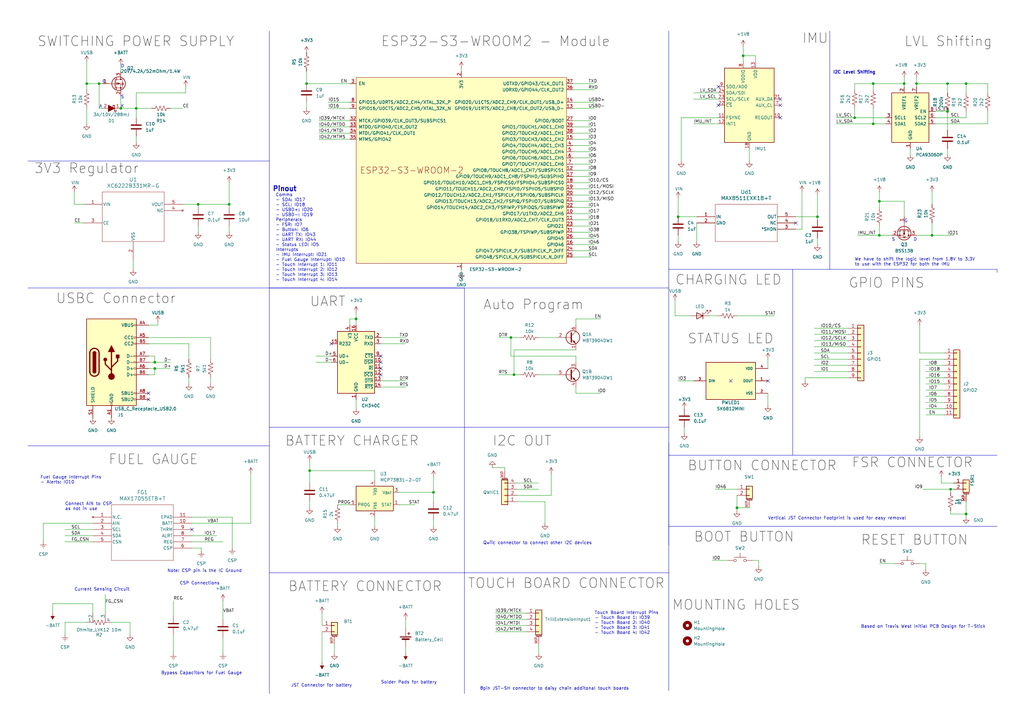
<source format=kicad_sch>
(kicad_sch (version 20230121) (generator eeschema)
  (paper "A3")
  (title_block (title "Custom T-Stick Board") (date "2023-09") (rev "0.0.2") (company "Albert Niyonsenga"))
  (junction (at 177.8 201.93))
  (junction (at 388.62 45.72))
  (junction (at 389.89 200.66))
  (junction (at 81.28 83.82))
  (junction (at 146.05 130.81))
  (junction (at 396.24 34.29))
  (junction (at 35.56 34.29))
  (junction (at 360.68 82.55))
  (junction (at 63.5 151.13))
  (junction (at 388.62 34.29))
  (junction (at 93.98 83.82))
  (junction (at 382.27 96.52))
  (junction (at 396.24 210.82))
  (junction (at 40.64 34.29))
  (junction (at 127 193.04))
  (junction (at 360.68 96.52))
  (junction (at 350.52 48.26))
  (junction (at 335.28 88.9))
  (junction (at 55.88 44.45))
  (junction (at 49.53 44.45))
  (junction (at 375.92 34.29))
  (junction (at 358.14 34.29))
  (junction (at 370.84 34.29))
  (junction (at 125.73 34.29))
  (junction (at 358.14 50.8))
  (junction (at 302.26 208.28))
  (junction (at 278.13 88.9))
  (junction (at 210.82 153.67))
  (junction (at 63.5 148.59))
  (junction (at 304.8 22.86))
  (junction (at 209.55 138.43))
  (no_connect (at 156.21 146.05))
  (no_connect (at 156.21 151.13))
  (no_connect (at 294.64 43.18))
  (no_connect (at 78.74 217.17))
  (no_connect (at 320.04 48.26))
  (no_connect (at 326.39 91.44))
  (no_connect (at 156.21 153.67))
  (no_connect (at 299.72 156.21))
  (no_connect (at 320.04 43.18))
  (no_connect (at 294.64 35.56))
  (no_connect (at 135.89 140.97))
  (no_connect (at 314.96 156.21))
  (no_connect (at 320.04 40.64))
  (no_connect (at 60.96 161.29))
  (no_connect (at 60.96 163.83))
  (no_connect (at 156.21 148.59))
  (wire (pts (xy 350.52 34.29) (xy 358.14 34.29)))
  (wire (pts (xy 177.8 195.58) (xy 177.8 201.93)))
  (wire (pts (xy 55.88 38.1) (xy 76.2 38.1)))
  (wire (pts (xy 234.95 54.61) (xy 242.57 54.61)))
  (wire (pts (xy 63.5 146.05) (xy 63.5 148.59)))
  (wire (pts (xy 342.9 50.8) (xy 358.14 50.8)))
  (wire (pts (xy 334.01 149.86) (xy 347.98 149.86)))
  (wire (pts (xy 234.95 77.47) (xy 242.57 77.47)))
  (wire (pts (xy 134.62 44.45) (xy 143.51 44.45)))
  (wire (pts (xy 334.01 144.78) (xy 347.98 144.78)))
  (wire (pts (xy 234.95 102.87) (xy 242.57 102.87)))
  (wire (pts (xy 35.56 44.45) (xy 35.56 50.8)))
  (wire (pts (xy 307.34 60.96) (xy 307.34 66.04)))
  (wire (pts (xy 236.22 130.81) (xy 246.38 130.81)))
  (wire (pts (xy 127 198.12) (xy 127 193.04)))
  (polyline (pts (xy 110.49 118.11) (xy 110.49 175.26)))
  (wire (pts (xy 314.96 161.29) (xy 314.96 166.37)))
  (wire (pts (xy 26.67 255.27) (xy 26.67 260.35)))
  (wire (pts (xy 189.23 27.94) (xy 189.23 29.21)))
  (polyline (pts (xy 274.32 181.61) (xy 274.32 223.52)))
  (wire (pts (xy 326.39 88.9) (xy 335.28 88.9)))
  (wire (pts (xy 377.19 231.14) (xy 379.73 231.14)))
  (wire (pts (xy 130.81 52.07) (xy 143.51 52.07)))
  (wire (pts (xy 382.27 91.44) (xy 382.27 96.52)))
  (wire (pts (xy 234.95 100.33) (xy 243.84 100.33)))
  (wire (pts (xy 396.24 38.1) (xy 396.24 34.29)))
  (polyline (pts (xy 110.49 284.48) (xy 110.49 234.95)))
  (wire (pts (xy 30.48 91.44) (xy 34.29 91.44)))
  (wire (pts (xy 78.74 222.25) (xy 91.44 222.25)))
  (wire (pts (xy 375.92 34.29) (xy 388.62 34.29)))
  (wire (pts (xy 91.44 246.38) (xy 91.44 254)))
  (wire (pts (xy 405.13 50.8) (xy 405.13 45.72)))
  (polyline (pts (xy 190.5 234.95) (xy 190.5 284.48)))
  (wire (pts (xy 130.81 54.61) (xy 143.51 54.61)))
  (wire (pts (xy 177.8 201.93) (xy 163.83 201.93)))
  (wire (pts (xy 234.95 64.77) (xy 242.57 64.77)))
  (wire (pts (xy 53.34 255.27) (xy 53.34 260.35)))
  (wire (pts (xy 129.54 148.59) (xy 135.89 148.59)))
  (wire (pts (xy 309.88 22.86) (xy 309.88 25.4)))
  (wire (pts (xy 78.74 219.71) (xy 88.9 219.71)))
  (wire (pts (xy 130.81 49.53) (xy 143.51 49.53)))
  (wire (pts (xy 382.27 96.52) (xy 391.16 96.52)))
  (wire (pts (xy 74.93 83.82) (xy 81.28 83.82)))
  (wire (pts (xy 143.51 34.29) (xy 125.73 34.29)))
  (wire (pts (xy 30.48 78.74) (xy 30.48 83.82)))
  (wire (pts (xy 210.82 143.51) (xy 210.82 153.67)))
  (wire (pts (xy 132.08 259.08) (xy 132.08 271.78)))
  (polyline (pts (xy 110.49 234.95) (xy 190.5 234.95)))
  (wire (pts (xy 127 205.74) (xy 127 208.28)))
  (wire (pts (xy 71.12 260.35) (xy 71.12 267.97)))
  (wire (pts (xy 334.01 142.24) (xy 347.98 142.24)))
  (wire (pts (xy 370.84 82.55) (xy 360.68 82.55)))
  (wire (pts (xy 290.83 129.54) (xy 294.64 129.54)))
  (wire (pts (xy 375.92 96.52) (xy 382.27 96.52)))
  (wire (pts (xy 64.77 132.08) (xy 64.77 133.35)))
  (wire (pts (xy 63.5 153.67) (xy 63.5 151.13)))
  (wire (pts (xy 153.67 212.09) (xy 153.67 215.9)))
  (wire (pts (xy 143.51 130.81) (xy 146.05 130.81)))
  (wire (pts (xy 220.98 138.43) (xy 228.6 138.43)))
  (wire (pts (xy 156.21 156.21) (xy 166.37 156.21)))
  (wire (pts (xy 334.01 152.4) (xy 347.98 152.4)))
  (wire (pts (xy 334.01 134.62) (xy 347.98 134.62)))
  (polyline (pts (xy 110.49 234.95) (xy 110.49 175.26)))
  (wire (pts (xy 314.96 147.32) (xy 314.96 151.13)))
  (wire (pts (xy 127 193.04) (xy 153.67 193.04)))
  (wire (pts (xy 350.52 36.83) (xy 350.52 34.29)))
  (wire (pts (xy 125.73 41.91) (xy 125.73 44.45)))
  (wire (pts (xy 156.21 158.75) (xy 166.37 158.75)))
  (wire (pts (xy 203.2 256.54) (xy 215.9 256.54)))
  (wire (pts (xy 189.23 107.95) (xy 189.23 111.76)))
  (wire (pts (xy 377.19 147.32) (xy 377.19 179.07)))
  (wire (pts (xy 236.22 148.59) (xy 236.22 146.05)))
  (wire (pts (xy 379.73 231.14) (xy 379.73 233.68)))
  (wire (pts (xy 130.81 57.15) (xy 143.51 57.15)))
  (wire (pts (xy 386.08 195.58) (xy 386.08 198.12)))
  (wire (pts (xy 278.13 96.52) (xy 278.13 99.06)))
  (wire (pts (xy 234.95 44.45) (xy 243.84 44.45)))
  (wire (pts (xy 389.89 200.66) (xy 391.16 200.66)))
  (wire (pts (xy 93.98 83.82) (xy 81.28 83.82)))
  (wire (pts (xy 26.67 217.17) (xy 38.1 217.17)))
  (wire (pts (xy 309.88 22.86) (xy 304.8 22.86)))
  (polyline (pts (xy 408.94 110.49) (xy 408.94 111.76)))
  (wire (pts (xy 212.09 200.66) (xy 220.98 200.66)))
  (wire (pts (xy 234.95 95.25) (xy 242.57 95.25)))
  (wire (pts (xy 234.95 59.69) (xy 242.57 59.69)))
  (wire (pts (xy 377.19 147.32) (xy 387.35 147.32)))
  (wire (pts (xy 91.44 261.62) (xy 91.44 267.97)))
  (wire (pts (xy 45.72 255.27) (xy 53.34 255.27)))
  (wire (pts (xy 375.92 34.29) (xy 375.92 35.56)))
  (wire (pts (xy 396.24 205.74) (xy 396.24 210.82)))
  (wire (pts (xy 379.73 149.86) (xy 387.35 149.86)))
  (wire (pts (xy 358.14 44.45) (xy 358.14 50.8)))
  (wire (pts (xy 360.68 231.14) (xy 367.03 231.14)))
  (wire (pts (xy 280.67 175.26) (xy 280.67 177.8)))
  (wire (pts (xy 26.67 255.27) (xy 35.56 255.27)))
  (wire (pts (xy 379.73 160.02) (xy 387.35 160.02)))
  (wire (pts (xy 375.92 31.75) (xy 375.92 34.29)))
  (wire (pts (xy 210.82 153.67) (xy 213.36 153.67)))
  (wire (pts (xy 396.24 210.82) (xy 396.24 212.09)))
  (wire (pts (xy 234.95 92.71) (xy 242.57 92.71)))
  (wire (pts (xy 60.96 133.35) (xy 64.77 133.35)))
  (polyline (pts (xy 190.5 118.11) (xy 190.5 175.26)))
  (wire (pts (xy 40.64 44.45) (xy 40.64 34.29)))
  (wire (pts (xy 34.29 83.82) (xy 30.48 83.82)))
  (wire (pts (xy 234.95 87.63) (xy 242.57 87.63)))
  (wire (pts (xy 60.96 153.67) (xy 63.5 153.67)))
  (wire (pts (xy 236.22 161.29) (xy 246.38 161.29)))
  (polyline (pts (xy 190.5 175.26) (xy 190.5 234.95)))
  (wire (pts (xy 383.54 45.72) (xy 388.62 45.72)))
  (wire (pts (xy 379.73 152.4) (xy 387.35 152.4)))
  (wire (pts (xy 60.96 146.05) (xy 63.5 146.05)))
  (wire (pts (xy 212.09 198.12) (xy 220.98 198.12)))
  (wire (pts (xy 358.14 50.8) (xy 363.22 50.8)))
  (wire (pts (xy 146.05 128.27) (xy 146.05 130.81)))
  (wire (pts (xy 308.61 229.87) (xy 311.15 229.87)))
  (wire (pts (xy 40.64 34.29) (xy 41.91 34.29)))
  (wire (pts (xy 236.22 146.05) (xy 209.55 146.05)))
  (polyline (pts (xy 110.49 66.04) (xy 11.43 66.04)))
  (wire (pts (xy 284.48 40.64) (xy 294.64 40.64)))
  (wire (pts (xy 102.87 194.31) (xy 102.87 214.63)))
  (wire (pts (xy 49.53 26.67) (xy 49.53 29.21)))
  (wire (pts (xy 360.68 78.74) (xy 360.68 82.55)))
  (wire (pts (xy 388.62 38.1) (xy 388.62 34.29)))
  (wire (pts (xy 17.78 214.63) (xy 38.1 214.63)))
  (wire (pts (xy 95.25 212.09) (xy 95.25 224.79)))
  (wire (pts (xy 293.37 200.66) (xy 302.26 200.66)))
  (wire (pts (xy 326.39 93.98) (xy 328.93 93.98)))
  (wire (pts (xy 358.14 34.29) (xy 370.84 34.29)))
  (wire (pts (xy 143.51 133.35) (xy 143.51 130.81)))
  (wire (pts (xy 389.89 200.66) (xy 389.89 201.93)))
  (wire (pts (xy 386.08 198.12) (xy 391.16 198.12)))
  (wire (pts (xy 41.91 44.45) (xy 40.64 44.45)))
  (wire (pts (xy 234.95 74.93) (xy 242.57 74.93)))
  (wire (pts (xy 55.88 44.45) (xy 62.23 44.45)))
  (wire (pts (xy 134.62 41.91) (xy 143.51 41.91)))
  (wire (pts (xy 38.1 247.65) (xy 38.1 251.46)))
  (wire (pts (xy 294.64 48.26) (xy 279.4 48.26)))
  (wire (pts (xy 379.73 165.1) (xy 387.35 165.1)))
  (wire (pts (xy 63.5 151.13) (xy 69.85 151.13)))
  (wire (pts (xy 129.54 146.05) (xy 135.89 146.05)))
  (wire (pts (xy 204.47 153.67) (xy 210.82 153.67)))
  (wire (pts (xy 360.68 92.71) (xy 360.68 96.52)))
  (wire (pts (xy 370.84 34.29) (xy 370.84 35.56)))
  (wire (pts (xy 284.48 38.1) (xy 294.64 38.1)))
  (wire (pts (xy 60.96 138.43) (xy 86.36 138.43)))
  (wire (pts (xy 377.19 144.78) (xy 377.19 133.35)))
  (wire (pts (xy 388.62 34.29) (xy 396.24 34.29)))
  (polyline (pts (xy 11.43 118.11) (xy 274.32 118.11)))
  (wire (pts (xy 93.98 74.93) (xy 93.98 83.82)))
  (wire (pts (xy 207.01 191.77) (xy 207.01 193.04)))
  (wire (pts (xy 304.8 19.05) (xy 304.8 22.86)))
  (wire (pts (xy 234.95 62.23) (xy 242.57 62.23)))
  (polyline (pts (xy 274.32 215.9) (xy 408.94 215.9)))
  (wire (pts (xy 21.59 247.65) (xy 38.1 247.65)))
  (wire (pts (xy 330.2 154.94) (xy 330.2 156.21)))
  (wire (pts (xy 302.26 203.2) (xy 302.26 208.28)))
  (wire (pts (xy 203.2 251.46) (xy 215.9 251.46)))
  (wire (pts (xy 86.36 138.43) (xy 86.36 147.32)))
  (wire (pts (xy 379.73 154.94) (xy 387.35 154.94)))
  (wire (pts (xy 125.73 29.21) (xy 125.73 34.29)))
  (polyline (pts (xy 274.32 12.7) (xy 274.32 110.49)))
  (wire (pts (xy 35.56 25.4) (xy 35.56 34.29)))
  (wire (pts (xy 209.55 138.43) (xy 209.55 146.05)))
  (wire (pts (xy 234.95 105.41) (xy 242.57 105.41)))
  (wire (pts (xy 163.83 207.01) (xy 170.18 207.01)))
  (wire (pts (xy 60.96 151.13) (xy 63.5 151.13)))
  (wire (pts (xy 405.13 38.1) (xy 405.13 34.29)))
  (wire (pts (xy 334.01 139.7) (xy 347.98 139.7)))
  (wire (pts (xy 82.55 226.06) (xy 82.55 224.79)))
  (wire (pts (xy 81.28 92.71) (xy 81.28 95.25)))
  (wire (pts (xy 360.68 82.55) (xy 360.68 85.09)))
  (wire (pts (xy 234.95 97.79) (xy 243.84 97.79)))
  (wire (pts (xy 21.59 247.65) (xy 21.59 251.46)))
  (wire (pts (xy 335.28 80.01) (xy 335.28 88.9)))
  (wire (pts (xy 379.73 157.48) (xy 387.35 157.48)))
  (wire (pts (xy 234.95 34.29) (xy 243.84 34.29)))
  (wire (pts (xy 82.55 224.79) (xy 78.74 224.79)))
  (wire (pts (xy 234.95 52.07) (xy 242.57 52.07)))
  (wire (pts (xy 234.95 36.83) (xy 243.84 36.83)))
  (wire (pts (xy 378.46 200.66) (xy 389.89 200.66)))
  (wire (pts (xy 17.78 214.63) (xy 17.78 222.25)))
  (polyline (pts (xy 274.32 110.49) (xy 408.94 110.49)))
  (wire (pts (xy 38.1 219.71) (xy 26.67 219.71)))
  (wire (pts (xy 69.85 44.45) (xy 74.93 44.45)))
  (polyline (pts (xy 340.36 12.7) (xy 340.36 110.49)))
  (wire (pts (xy 285.75 91.44) (xy 285.75 99.06)))
  (wire (pts (xy 146.05 163.83) (xy 146.05 167.64)))
  (wire (pts (xy 396.24 34.29) (xy 405.13 34.29)))
  (wire (pts (xy 209.55 138.43) (xy 213.36 138.43)))
  (wire (pts (xy 49.53 39.37) (xy 49.53 44.45)))
  (wire (pts (xy 276.86 129.54) (xy 283.21 129.54)))
  (wire (pts (xy 43.18 243.84) (xy 43.18 251.46)))
  (wire (pts (xy 127 189.23) (xy 127 193.04)))
  (wire (pts (xy 77.47 140.97) (xy 77.47 147.32)))
  (wire (pts (xy 63.5 148.59) (xy 69.85 148.59)))
  (wire (pts (xy 76.2 35.56) (xy 76.2 38.1)))
  (wire (pts (xy 26.67 222.25) (xy 38.1 222.25)))
  (wire (pts (xy 377.19 144.78) (xy 387.35 144.78)))
  (wire (pts (xy 35.56 34.29) (xy 35.56 36.83)))
  (wire (pts (xy 177.8 215.9) (xy 177.8 213.36)))
  (polyline (pts (xy 274.32 110.49) (xy 274.32 283.21)))
  (wire (pts (xy 156.21 138.43) (xy 166.37 138.43)))
  (wire (pts (xy 234.95 69.85) (xy 242.57 69.85)))
  (wire (pts (xy 81.28 85.09) (xy 81.28 83.82)))
  (polyline (pts (xy 110.49 175.26) (xy 274.32 175.26)))
  (wire (pts (xy 93.98 85.09) (xy 93.98 83.82)))
  (wire (pts (xy 146.05 130.81) (xy 146.05 133.35)))
  (wire (pts (xy 138.43 215.9) (xy 138.43 214.63)))
  (wire (pts (xy 382.27 78.74) (xy 382.27 83.82)))
  (wire (pts (xy 77.47 154.94) (xy 77.47 157.48)))
  (wire (pts (xy 55.88 48.26) (xy 55.88 44.45)))
  (wire (pts (xy 311.15 229.87) (xy 311.15 232.41)))
  (wire (pts (xy 351.79 96.52) (xy 360.68 96.52)))
  (polyline (pts (xy 11.43 182.88) (xy 110.49 182.88)))
  (wire (pts (xy 379.73 162.56) (xy 387.35 162.56)))
  (wire (pts (xy 54.61 106.68) (xy 54.61 110.49)))
  (wire (pts (xy 234.95 82.55) (xy 242.57 82.55)))
  (wire (pts (xy 335.28 97.79) (xy 335.28 100.33)))
  (wire (pts (xy 284.48 50.8) (xy 294.64 50.8)))
  (wire (pts (xy 49.53 44.45) (xy 55.88 44.45)))
  (wire (pts (xy 132.08 251.46) (xy 132.08 256.54)))
  (wire (pts (xy 156.21 140.97) (xy 166.37 140.97)))
  (polyline (pts (xy 325.12 110.49) (xy 325.12 186.69)))
  (wire (pts (xy 137.16 267.97) (xy 137.16 264.16)))
  (polyline (pts (xy 274.32 186.69) (xy 408.94 186.69)))
  (wire (pts (xy 234.95 90.17) (xy 242.57 90.17)))
  (wire (pts (xy 302.26 208.28) (xy 307.34 208.28)))
  (wire (pts (xy 278.13 88.9) (xy 285.75 88.9)))
  (wire (pts (xy 334.01 147.32) (xy 347.98 147.32)))
  (wire (pts (xy 234.95 41.91) (xy 243.84 41.91)))
  (wire (pts (xy 383.54 50.8) (xy 405.13 50.8)))
  (wire (pts (xy 373.38 63.5) (xy 373.38 60.96)))
  (wire (pts (xy 55.88 55.88) (xy 55.88 58.42)))
  (wire (pts (xy 166.37 265.43) (xy 166.37 267.97)))
  (wire (pts (xy 138.43 207.01) (xy 143.51 207.01)))
  (wire (pts (xy 226.06 194.31) (xy 226.06 203.2)))
  (wire (pts (xy 342.9 48.26) (xy 350.52 48.26)))
  (wire (pts (xy 396.24 210.82) (xy 389.89 210.82)))
  (wire (pts (xy 234.95 72.39) (xy 242.57 72.39)))
  (wire (pts (xy 335.28 90.17) (xy 335.28 88.9)))
  (wire (pts (xy 360.68 96.52) (xy 365.76 96.52)))
  (wire (pts (xy 220.98 264.16) (xy 220.98 267.97)))
  (wire (pts (xy 328.93 78.74) (xy 328.93 93.98)))
  (wire (pts (xy 234.95 57.15) (xy 242.57 57.15)))
  (wire (pts (xy 234.95 85.09) (xy 242.57 85.09)))
  (polyline (pts (xy 110.49 118.11) (xy 190.5 118.11)))
  (wire (pts (xy 153.67 193.04) (xy 153.67 196.85)))
  (wire (pts (xy 292.1 229.87) (xy 298.45 229.87)))
  (wire (pts (xy 358.14 36.83) (xy 358.14 34.29)))
  (wire (pts (xy 279.4 48.26) (xy 279.4 66.04)))
  (wire (pts (xy 204.47 138.43) (xy 209.55 138.43)))
  (wire (pts (xy 201.93 191.77) (xy 207.01 191.77)))
  (wire (pts (xy 276.86 123.19) (xy 276.86 129.54)))
  (wire (pts (xy 203.2 259.08) (xy 215.9 259.08)))
  (wire (pts (xy 35.56 34.29) (xy 40.64 34.29)))
  (wire (pts (xy 350.52 48.26) (xy 363.22 48.26)))
  (wire (pts (xy 379.73 167.64) (xy 387.35 167.64)))
  (wire (pts (xy 212.09 205.74) (xy 223.52 205.74)))
  (wire (pts (xy 302.26 208.28) (xy 302.26 209.55)))
  (wire (pts (xy 302.26 129.54) (xy 317.5 129.54)))
  (wire (pts (xy 223.52 205.74) (xy 223.52 214.63)))
  (wire (pts (xy 370.84 31.75) (xy 370.84 34.29)))
  (wire (pts (xy 304.8 22.86) (xy 304.8 25.4)))
  (wire (pts (xy 278.13 156.21) (xy 284.48 156.21)))
  (wire (pts (xy 234.95 80.01) (xy 242.57 80.01)))
  (polyline (pts (xy 190.5 234.95) (xy 274.32 234.95)))
  (wire (pts (xy 220.98 153.67) (xy 228.6 153.67)))
  (wire (pts (xy 388.62 60.96) (xy 388.62 63.5)))
  (wire (pts (xy 86.36 154.94) (xy 86.36 157.48)))
  (wire (pts (xy 78.74 214.63) (xy 102.87 214.63)))
  (wire (pts (xy 350.52 44.45) (xy 350.52 48.26)))
  (wire (pts (xy 278.13 81.28) (xy 278.13 88.9)))
  (wire (pts (xy 236.22 133.35) (xy 236.22 130.81)))
  (wire (pts (xy 334.01 137.16) (xy 347.98 137.16)))
  (wire (pts (xy 236.22 158.75) (xy 236.22 161.29)))
  (wire (pts (xy 234.95 67.31) (xy 242.57 67.31)))
  (wire (pts (xy 389.89 209.55) (xy 389.89 210.82)))
  (wire (pts (xy 166.37 257.81) (xy 166.37 254)))
  (wire (pts (xy 396.24 48.26) (xy 396.24 45.72)))
  (wire (pts (xy 370.84 88.9) (xy 370.84 82.55)))
  (wire (pts (xy 383.54 48.26) (xy 396.24 48.26)))
  (wire (pts (xy 60.96 148.59) (xy 63.5 148.59)))
  (wire (pts (xy 234.95 49.53) (xy 242.57 49.53)))
  (wire (pts (xy 55.88 38.1) (xy 55.88 44.45)))
  (wire (pts (xy 177.8 201.93) (xy 177.8 205.74)))
  (wire (pts (xy 93.98 92.71) (xy 93.98 95.25)))
  (wire (pts (xy 95.25 212.09) (xy 78.74 212.09)))
  (wire (pts (xy 236.22 143.51) (xy 210.82 143.51)))
  (wire (pts (xy 71.12 246.38) (xy 71.12 252.73)))
  (wire (pts (xy 330.2 154.94) (xy 347.98 154.94)))
  (polyline (pts (xy 110.49 12.7) (xy 110.49 118.11)))
  (wire (pts (xy 379.73 170.18) (xy 387.35 170.18)))
  (wire (pts (xy 212.09 203.2) (xy 226.06 203.2)))
  (wire (pts (xy 203.2 254) (xy 215.9 254)))
  (wire (pts (xy 388.62 45.72) (xy 388.62 53.34)))
  (wire (pts (xy 60.96 140.97) (xy 77.47 140.97)))
  (text "Comms\n- SDA: IO17\n- SCL: IO18\n- USBD+: IO20\n- USBD-: IO19\nPeripherals\n- FSR: IO7\n- Button: IO6\n- UART TX: IO43\n- UART RX: IO44\n- Status LED: IO5\nInterrupts\n- IMU Interrupt: IO21\n- Fuel Gauge Interrupt: IO10\n- Touch Interrupt 1: IO11\n- Touch Interrupt 2: IO12\n- Touch Interrupt 3: IO13\n- Touch Interrupt 4: IO14" (at 113.03 115.57 0) (effects (font (size 1.27 1.27)) (justify left bottom)))
  (text "G" (at 41.91 34.29 0) (effects (font (size 1.27 1.27)) (justify left bottom)))
  (text "Connect AIN to CSP \nas not in use" (at 26.67 209.55 0) (effects (font (size 1.27 1.27)) (justify left bottom)))
  (text "A" (at 40.64 44.45 0) (effects (font (size 1.27 1.27)) (justify left bottom)))
  (text "Qwiic connector to connect other I2C devices" (at 198.12 223.52 0) (effects (font (size 1.27 1.27)) (justify left bottom)))
  (text "Fuel Gauge Interrupt Pins\n- Alerts: IO10\n\n" (at 16.51 200.66 0) (effects (font (size 1.27 1.27)) (justify left bottom)))
  (text "G" (at 370.84 91.44 0) (effects (font (size 1.27 1.27)) (justify left bottom)))
  (text "JST Connector for battery\n" (at 119.38 281.94 0) (effects (font (size 1.27 1.27)) (justify left bottom)))
  (text "Current Sensing Circuit" (at 30.48 242.57 0) (effects (font (size 1.27 1.27)) (justify left bottom)))
  (text "I2C Level Shifting" (at 341.63 30.48 0) (effects (font (size 1.27 1.27) bold) (justify left bottom)))
  (text "D" (at 374.65 99.06 0) (effects (font (size 1.27 1.27)) (justify left bottom)))
  (text "Solder Pads for battery\n" (at 156.21 280.67 0) (effects (font (size 1.27 1.27)) (justify left bottom)))
  (text "D" (at 49.53 27.94 0) (effects (font (size 1.27 1.27)) (justify left bottom)))
  (text "Bypass Capacitors for Fuel Gauge" (at 66.04 276.86 0) (effects (font (size 1.27 1.27)) (justify left bottom)))
  (text "Vertical JST Connector Footprint is used for easy removal" (at 314.96 213.36 0) (effects (font (size 1.27 1.27)) (justify left bottom)))
  (text "Touch Board Interrupt Pins\n- Touch Board 1: IO39\n- Touch Board 2: IO40\n- Touch Board 3: IO41\n- Touch Board 4: IO42" (at 243.84 260.35 0) (effects (font (size 1.27 1.27)) (justify left bottom)))
  (text "S" (at 365.76 99.06 0) (effects (font (size 1.27 1.27)) (justify left bottom)))
  (text "Based on Travis West Initial PCB Design for T-Stick\n" (at 353.06 257.81 0) (effects (font (size 1.27 1.27)) (justify left bottom)))
  (text "8pin JST-SH connector to daisy chain additonal touch boards" (at 196.85 283.21 0) (effects (font (size 1.27 1.27)) (justify left bottom)))
  (text "CSP Connections\n" (at 73.66 240.03 0) (effects (font (size 1.27 1.27)) (justify left bottom)))
  (text "S" (at 49.53 40.64 0) (effects (font (size 1.27 1.27)) (justify left bottom)))
  (text "Note: CSP pin is the IC Ground" (at 68.58 234.95 0) (effects (font (size 1.27 1.27)) (justify left bottom)))
  (text "Pinout" (at 111.76 78.74 0) (effects (font (size 2 2) (thickness 0.4) bold) (justify left bottom)))
  (text "We have to shift the logic level from 1.8V to 3.3V \nto use with the ESP32 for both the IMU" (at 350.52 109.22 0) (effects (font (size 1.27 1.27)) (justify left bottom)))
  (text "K" (at 49.53 44.45 0) (effects (font (size 1.27 1.27)) (justify left bottom)))
  (label "IMU_INT" (at 351.79 96.52 0))
  (label "SDA" (at 241.3 102.87 0))
  (label "EN" (at 243.84 130.81 0))
  (label "IO1" (at 336.55 152.4 0))
  (label "IO42{slash}MTMS" (at 130.81 57.15 0))
  (label "IO3" (at 241.3 57.15 0))
  (label "IO42{slash}MTMS" (at 203.2 259.08 0))
  (label "IO6" (at 381 162.56 0))
  (label "FSR CONNECTOR" (at 349.25 193.04 0) (effects (font (size 4 4))))
  (label "IO17" (at 241.3 87.63 0))
  (label "FUEL GAUGE" (at 44.45 191.77 0) (effects (font (size 4 4))))
  (label "IO17" (at 83.82 219.71 0))
  (label "IO39{slash}MTCK" (at 130.81 49.53 0))
  (label "EN" (at 139.7 34.29 0))
  (label "SCL" (at 336.55 147.32 0))
  (label "LV_SCL" (at 287.02 40.64 0))
  (label "IO0" (at 292.1 229.87 0))
  (label "RESET BUTTON" (at 353.06 224.79 0) (effects (font (size 4 4))))
  (label "D+" (at 67.31 151.13 0))
  (label "IO0" (at 245.11 161.29 0))
  (label "IO9" (at 378.46 200.66 180))
  (label "SDA" (at 214.63 200.66 0))
  (label "D+" (at 133.35 146.05 0))
  (label "LV_SDA" (at 287.02 38.1 0))
  (label "STAT" (at 167.64 207.01 0))
  (label "USBD+" (at 241.3 41.91 0))
  (label "UART" (at 127 127 0) (effects (font (size 4 4))))
  (label "IO21" (at 388.62 96.52 0))
  (label "IO5" (at 241.3 62.23 0))
  (label "IO12{slash}SCLK" (at 336.55 139.7 0))
  (label "IO40{slash}MTDO" (at 130.81 52.07 0))
  (label "BATTERY CONNECTOR" (at 118.11 243.84 0) (effects (font (size 4 4))))
  (label "IMU" (at 328.93 19.05 0) (effects (font (size 4 4))))
  (label "SCL" (at 29.21 217.17 0))
  (label "IO15" (at 134.62 41.91 0))
  (label "IO5" (at 381 165.1 0))
  (label "MOUNTING HOLES" (at 275.59 251.46 0) (effects (font (size 4 4))))
  (label "IO7" (at 381 160.02 0))
  (label "DTR" (at 204.47 138.43 0))
  (label "TOUCH BOARD CONNECTOR" (at 191.77 242.57 0) (effects (font (size 4 4))))
  (label "IO15" (at 381 157.48 0))
  (label "BUTTON CONNECTOR" (at 281.94 194.31 0) (effects (font (size 4 4))))
  (label "IO10{slash}CS" (at 241.3 74.93 0))
  (label "IO11{slash}MOSI" (at 336.55 137.16 0))
  (label "LVL Shifting" (at 370.84 20.32 0) (effects (font (size 4 4))))
  (label "IO4" (at 241.3 59.69 0))
  (label "IO7" (at 241.3 67.31 0))
  (label "IO41{slash}MTDI" (at 203.2 256.54 0))
  (label "TXD" (at 241.3 34.29 0))
  (label "RXD" (at 163.83 140.97 0))
  (label "IO8" (at 381 149.86 0))
  (label "CHARGING LED" (at 276.86 118.11 0) (effects (font (size 4 4))))
  (label "IO3" (at 278.13 156.21 0))
  (label "IO14" (at 241.3 85.09 0))
  (label "SWITCHING POWER SUPPLY" (at 15.24 20.32 0) (effects (font (size 4 4))))
  (label "ESP32-S3-WROOM2 - Module" (at 156.21 20.32 0) (effects (font (size 4 4))))
  (label "IO13{slash}MISO" (at 241.3 82.55 0))
  (label "IO9" (at 241.3 72.39 0))
  (label "LS_EN" (at 383.54 45.72 0))
  (label "Auto Program" (at 198.12 128.27 0) (effects (font (size 4 4))))
  (label "LV_SDA" (at 342.9 50.8 0))
  (label "IO6" (at 241.3 64.77 0))
  (label "BATTERY CHARGER" (at 116.84 184.15 0) (effects (font (size 4 4))))
  (label "REG" (at 83.82 222.25 0))
  (label "LV_SCL" (at 342.9 48.26 0))
  (label "SDA" (at 336.55 144.78 0))
  (label "CE" (at 30.48 91.44 0))
  (label "USBD-" (at 241.3 44.45 0))
  (label "IO18" (at 381 152.4 0))
  (label "3V3 Regulator" (at 13.97 72.39 0) (effects (font (size 4 4))))
  (label "FG_CSN" (at 29.21 222.25 0))
  (label "IMU_INT" (at 284.48 50.8 0))
  (label "IO41{slash}MTDI" (at 130.81 54.61 0))
  (label "SCL" (at 241.3 105.41 0))
  (label "IO4" (at 381 167.64 0))
  (label "IO21" (at 241.3 92.71 0))
  (label "USBC Connector" (at 22.86 125.73 0) (effects (font (size 4 4))))
  (label "IO13{slash}MISO" (at 431.8 201.93 0))
  (label "IO16" (at 134.62 44.45 0))
  (label "IO40{slash}MTDO" (at 203.2 254 0))
  (label "STAT" (at 313.69 129.54 0))
  (label "IO39{slash}MTCK" (at 203.2 251.46 0))
  (label "BOOT BUTTON" (at 284.48 223.52 0) (effects (font (size 4 4))))
  (label "IO13{slash}MISO" (at 336.55 142.24 0))
  (label "EN" (at 381 170.18 0))
  (label "TXD" (at 163.83 138.43 0))
  (label "IO0" (at 241.3 49.53 0))
  (label "CE" (at 74.93 44.45 0))
  (label "IO46" (at 241.3 100.33 0))
  (label "RTS" (at 204.47 153.67 0))
  (label "IO11{slash}MOSI" (at 241.3 77.47 0))
  (label "SDA" (at 29.21 219.71 0))
  (label "RTS" (at 163.83 158.75 0))
  (label "SDA" (at 389.89 50.8 0))
  (label "PROG" (at 138.43 207.01 0))
  (label "IO18" (at 241.3 90.17 0))
  (label "SCL" (at 389.89 48.26 0))
  (label "STATUS LED" (at 281.94 142.24 0) (effects (font (size 4 4))))
  (label "IO12{slash}SCLK" (at 241.3 80.01 0))
  (label "IO1" (at 241.3 52.07 0))
  (label "VBAT" (at 85.09 214.63 0))
  (label "IO2" (at 336.55 149.86 0))
  (label "IO10{slash}CS" (at 336.55 134.62 0))
  (label "REG" (at 71.12 246.38 0))
  (label "IO45" (at 241.3 97.79 0))
  (label "D-" (at 133.35 148.59 0))
  (label "IO46" (at 293.37 200.66 0))
  (label "VBAT" (at 91.44 251.46 0))
  (label "IO38" (at 241.3 95.25 0))
  (label "IO8" (at 241.3 69.85 0))
  (label "GPIO PINS" (at 347.98 119.38 0) (effects (font (size 4 4))))
  (label "IO2" (at 241.3 54.61 0))
  (label "SCL" (at 214.63 198.12 0))
  (label "RXD" (at 241.3 36.83 0))
  (label "I2C OUT" (at 201.93 184.15 0) (effects (font (size 4 4))))
  (label "IO16" (at 381 154.94 0))
  (label "DTR" (at 163.83 156.21 0))
  (label "FG_CSN" (at 43.18 247.65 0))
  (label "EN" (at 360.68 231.14 0))
  (label "D-" (at 67.31 148.59 0))
  (symbol (lib_name "GND_2") (lib_id "power:GND") (at 127 208.28 0) (unit 1)
    (property "Reference" "#PWR058" (effects hide))
    (property "Value" "GND" (at 127 213.36 0))
  )
  (symbol (lib_id "max17055-symbol:CSP") (at 82.55 227.33 0) (unit 1)
    (property "Reference" "#ICGND04" (effects hide))
    (property "Value" "CSP" (at 82.55 231.14 0))
  )
  (symbol (lib_id "max17055-symbol:MAX17055ETB+T") (at 38.1 212.09 0) (unit 1)
    (property "Reference" "FG1" (at 58.42 201.93 0) (effects (font (size 1.524 1.524))))
    (property "Value" "MAX17055ETB+T" (at 58.42 204.47 0) (effects (font (size 1.524 1.524))))
    (property "Footprint" "max17055-footprints:21-100013A_T102A2&plus_1C_MXM" (effects hide))
    (property "Datasheet" "MAX17055ETB+T" (effects hide))
    (property "Digikey Part #" "MAX17055ETB+TCT-ND" (effects hide))
    (property "Description Value Pkg" "Battery Battery Monitor IC Multi-Chemistry 10-TDFN (2.5x2)" (effects hide))
    (property "Mfg Part #" "MAX17055ETB+T" (effects hide))
  )
  (symbol (lib_name "GND_2") (lib_id "power:GND") (at 330.2 156.21 0) (unit 1)
    (property "Reference" "#PWR022" (effects hide))
    (property "Value" "GND" (effects hide))
  )
  (symbol (lib_id "Device:C") (at 335.28 93.98 0) (unit 1)
    (property "Reference" "C3" (at 330.2 96.52 0) (effects (justify left)))
    (property "Value" "1uF" (at 330.2 99.06 0) (effects (justify left)))
    (property "Footprint" "Capacitor_SMD:C_0201_0603Metric" (effects hide))
    (property "Digikey Part #" "1276-1115-1-ND" (effects hide))
    (property "Description Value Pkg" "1 µF ±10% 6.3V Ceramic Capacitor X5R 0201 (0603 Metric)" (effects hide))
    (property "Mfg Part #" "CL03A105KQ3CSNC" (effects hide))
  )
  (symbol (lib_id "power:GND") (at 53.34 260.35 0) (unit 1)
    (property "Reference" "#PWR015" (effects hide))
    (property "Value" "GND" (at 53.34 265.43 0))
  )
  (symbol (lib_id "power:+3V3") (at 386.08 195.58 0) (unit 1)
    (property "Reference" "#PWR01" (effects hide))
    (property "Value" "+3V3" (at 388.62 194.31 0) (effects (justify left)))
  )
  (symbol (lib_id "Device:C") (at 125.73 38.1 0) (unit 1)
    (property "Reference" "C9" (at 129.54 36.83 0) (effects (justify left)))
    (property "Value" "1uF" (at 129.54 39.37 0) (effects (justify left)))
    (property "Footprint" "Capacitor_SMD:C_0201_0603Metric" (effects hide))
    (property "Digikey Part #" "1276-1323-1-ND" (effects hide))
    (property "Description Value Pkg" "1 µF ±10% 6.3V Ceramic Capacitor X5R 0201 (0603 Metric)" (effects hide))
    (property "Mfg Part #" "CL03A105KQ3CSNC" (effects hide))
  )
  (symbol (lib_id "max17055-symbol:CSP") (at 17.78 223.52 0) (unit 1)
    (property "Reference" "#ICGND05" (effects hide))
    (property "Value" "CSP" (at 17.78 227.33 0))
  )
  (symbol (lib_id "Device:R_US") (at 358.14 40.64 180) (unit 1)
    (property "Reference" "R17" (at 353.06 40.64 90))
    (property "Value" "2k2" (at 355.6 40.64 90))
    (property "Footprint" "Resistor_SMD:R_0201_0603Metric" (effects hide))
    (property "Digikey Part #" "P122832CT-ND" (effects hide))
    (property "Description Value Pkg" "2.2 kOhms ±1% 0.05W, 1/20W Chip Resistor 0201 (0603 Metric) Thick Film" (effects hide))
    (property "Mfg Part #" "ERJ-1GNF2201C" (effects hide))
  )
  (symbol (lib_id "Mechanical:MountingHole") (at 281.94 262.89 0) (unit 1) (in_bom no)
    (property "Reference" "H2" (at 284.48 261.62 0) (effects (justify left)))
    (property "Value" "MountingHole" (at 284.48 264.16 0) (effects (justify left)))
    (property "Footprint" "MountingHole:MountingHole_3.2mm_M3_DIN965" (effects hide))
  )
  (symbol (lib_id "Transistor_BJT:MBT3904DW1") (at 233.68 153.67 0) (unit 2)
    (property "Reference" "Q1" (at 238.76 152.4 0) (effects (justify left)))
    (property "Value" "MBT3904DW1" (at 238.76 154.94 0) (effects (justify left)))
    (property "Footprint" "Package_TO_SOT_SMD:SOT-363_SC-70-6" (effects hide))
    (property "Datasheet" "http://www.onsemi.com/pub_link/Collateral/MBT3904DW1T1-D.PDF" (effects hide))
    (property "Description Value Pkg" "Bipolar (BJT) Transistor Array 2 NPN (Dual) 40V 200mA 300MHz 150mW Surface Mount SC-88/SC70-6/SOT-363" (effects hide))
    (property "Mfg Part #" "MBT3904DW1T1G" (effects hide))
  )
  (symbol (lib_id "Device:C") (at 278.13 92.71 0) (unit 1)
    (property "Reference" "C4" (at 281.94 91.44 0) (effects (justify left)))
    (property "Value" "1uF" (at 281.94 93.98 0) (effects (justify left)))
    (property "Footprint" "Capacitor_SMD:C_0201_0603Metric" (effects hide))
    (property "Digikey Part #" "1276-1115-1-ND" (effects hide))
    (property "Description Value Pkg" "1 µF ±10% 6.3V Ceramic Capacitor X5R 0201 (0603 Metric)" (effects hide))
    (property "Mfg Part #" "CL03A105KQ3CSNC" (effects hide))
  )
  (symbol (lib_name "GND_2") (lib_id "power:GND") (at 146.05 167.64 0) (unit 1)
    (property "Reference" "#PWR049" (effects hide))
    (property "Value" "GND" (at 146.05 172.72 0))
  )
  (symbol (lib_id "Device:LED") (at 287.02 129.54 180) (unit 1)
    (property "Reference" "CHARGLED1" (effects hide))
    (property "Value" "LED" (at 287.02 125.73 0))
    (property "Footprint" "LED_SMD:LED_0201_0603Metric" (effects hide))
    (property "Digikey Part #" "754-APG0603ZGC-5MAVCT-ND" (effects hide))
    (property "Description Value Pkg" "Green 525nm LED Indication - Discrete 2.85V 0201 (0603 Metric)" (effects hide))
    (property "Mfg Part #" "APG0603ZGC-5MAV" (effects hide))
  )
  (symbol (lib_id "VUSB:VUSB") (at 64.77 132.08 0) (unit 1) (in_bom no) (on_board no)
    (property "Reference" "#VUSB01" (effects hide))
    (property "Value" "VUSB" (at 62.23 128.27 0) (effects (justify left)))
  )
  (symbol (lib_id "max8511:MAX8511EXK18+T") (at 285.75 88.9 0) (unit 1)
    (property "Reference" "Ud1" (at 306.07 78.74 0) (effects (font (size 1.524 1.524))))
    (property "Value" "MAX8511EXK18+T" (at 306.07 81.28 0) (effects (font (size 1.524 1.524))))
    (property "Footprint" "max8511-footprints:21-0076_X5&plus_1_MXM" (effects hide))
    (property "Datasheet" "MAX8511EXK18+T" (effects hide))
    (property "Description Value Pkg" "Linear Voltage Regulator IC Positive Fixed 1 Output 120mA SC-70-5" (effects hide))
    (property "Mfg Part #" "MAX8511EXK18+T" (effects hide))
    (property "Digikey Part #" "MAX8511EXK18+TTR-ND" (effects hide))
  )
  (symbol (lib_name "GND_2") (lib_id "power:GND") (at 81.28 95.25 0) (unit 1)
    (property "Reference" "#PWR06" (effects hide))
    (property "Value" "GND" (at 81.28 100.33 0))
  )
  (symbol (lib_id "power:+3V3") (at 280.67 167.64 0) (unit 1)
    (property "Reference" "#PWR063" (effects hide))
    (property "Value" "+3V3" (at 280.67 163.83 0))
  )
  (symbol (lib_name "+3V3_2") (lib_id "power:+3V3") (at 93.98 74.93 0) (unit 1)
    (property "Reference" "#PWR035" (effects hide))
    (property "Value" "+3V3" (at 93.98 69.85 0))
  )
  (symbol (lib_id "VUSB:VIN") (at 328.93 78.74 0) (unit 1) (in_bom no) (on_board no)
    (property "Reference" "#VIN04" (effects hide))
    (property "Value" "VIN" (at 327.66 74.93 0) (effects (justify left)))
  )
  (symbol (lib_name "GND_2") (lib_id "power:GND") (at 93.98 95.25 0) (unit 1)
    (property "Reference" "#PWR041" (effects hide))
    (property "Value" "GND" (at 93.98 100.33 0))
  )
  (symbol (lib_id "Device:R_US") (at 125.73 25.4 180) (unit 1)
    (property "Reference" "R5" (at 120.65 25.4 90))
    (property "Value" "10k" (at 123.19 25.4 90))
    (property "Footprint" "Resistor_SMD:R_0201_0603Metric" (effects hide))
    (property "Digikey Part #" "P122414CT-ND" (effects hide))
    (property "Description Value Pkg" "10 kOhms ±1% 0.05W, 1/20W Chip Resistor 0201 (0603 Metric) Thick Film" (effects hide))
    (property "Mfg Part #" "ERJ-1GNF1002C" (effects hide))
  )
  (symbol (lib_name "+3V3_2") (lib_id "power:+3V3") (at 125.73 21.59 0) (unit 1)
    (property "Reference" "#PWR044" (effects hide))
    (property "Value" "+3V3" (at 125.73 16.51 0))
  )
  (symbol (lib_id "Connector_Generic_MountingPin:Conn_01x04_MountingPin") (at 207.01 203.2 180) (unit 1)
    (property "Reference" "QWIIC1" (at 198.12 201.93 0) (effects (justify right)))
    (property "Value" "JST-SH-1x04 1.0mm" (effects hide))
    (property "Footprint" "Connector_JST:JST_SH_SM04B-SRSS-TB_1x04-1MP_P1.00mm_Horizontal" (effects hide))
    (property "Digikey Part #" "455-1804-1-ND" (effects hide))
    (property "Description Value Pkg" "Connector Header Surface Mount, Right Angle 4 position 0.039\" (1.00mm)" (effects hide))
    (property "Mfg Part #" "SM04B-SRSS-TB" (effects hide))
  )
  (symbol (lib_id "power:+BATT") (at 177.8 195.58 0) (unit 1)
    (property "Reference" "#PWR059" (effects hide))
    (property "Value" "+BATT" (at 177.8 190.5 0))
  )
  (symbol (lib_id "Device:R_US") (at 388.62 41.91 180) (unit 1)
    (property "Reference" "R18" (at 383.54 41.91 90))
    (property "Value" "200k" (at 386.08 41.91 90))
    (property "Footprint" "Resistor_SMD:R_0201_0603Metric" (effects hide))
    (property "Digikey Part #" "P122814CT-ND" (effects hide))
    (property "Description Value Pkg" "200 kOhms ±1% 0.05W, 1/20W Chip Resistor 0201 (0603 Metric) Thick Film" (effects hide))
    (property "Mfg Part #" "ERJ-1GNF2003C" (effects hide))
  )
  (symbol (lib_id "Connector_Generic_MountingPin:Conn_01x02_MountingPin") (at 396.24 198.12 0) (unit 1)
    (property "Reference" "FSR1" (at 398.78 199.39 90) (effects (justify left)))
    (property "Value" "JST-SH-1.00mm 1x2" (effects hide))
    (property "Footprint" "Connector_JST:JST_SH_BM02B-SRSS-TB_1x02-1MP_P1.00mm_Vertical" (effects hide))
    (property "Digikey Part #" "455-1788-1-ND" (effects hide))
    (property "Description Value Pkg" "Connector Header Surface Mount 2 position 0.039\" (1.00mm)" (effects hide))
    (property "Mfg Part #" "BM02B-SRSS-TB" (effects hide))
  )
  (symbol (lib_id "Switch:SW_Push") (at 372.11 231.14 0) (unit 1)
    (property "Reference" "SW3" (at 372.11 226.06 0))
    (property "Value" "PTS810 SJM Switch" (effects hide))
    (property "Footprint" "Button_Switch_SMD:SW_SPST_PTS810" (effects hide))
    (property "Digikey Part #" "CKN10502CT-ND " (effects hide))
    (property "Description Value Pkg" "Tactile Switch SPST-NO Top Actuated Surface Mount" (effects hide))
    (property "Mfg Part #" "PTS810 SJM 250 SMTR LFS" (effects hide))
  )
  (symbol (lib_id "power:+BATT") (at 91.44 246.38 0) (unit 1)
    (property "Reference" "#PWR036" (effects hide))
    (property "Value" "+BATT" (at 91.44 241.3 0))
  )
  (symbol (lib_id "Device:C") (at 177.8 209.55 0) (unit 1)
    (property "Reference" "C12" (at 181.61 208.28 0) (effects (justify left)))
    (property "Value" "0.47uF" (at 181.61 210.82 0) (effects (justify left)))
    (property "Footprint" "Capacitor_SMD:C_0201_0603Metric" (effects hide))
    (property "Digikey Part #" "1276-1337-1-ND" (effects hide))
    (property "Description Value Pkg" "0.47 µF ±10% 6.3V Ceramic Capacitor X5R 0201 (0603 Metric)" (effects hide))
    (property "Mfg Part #" "CL03A474KQ3NNNC" (effects hide))
  )
  (symbol (lib_id "VUSB:VIN") (at 278.13 81.28 0) (unit 1) (in_bom no) (on_board no)
    (property "Reference" "#VIN03" (effects hide))
    (property "Value" "VIN" (at 276.86 77.47 0) (effects (justify left)))
  )
  (symbol (lib_id "Transistor_BJT:MBT3904DW1") (at 233.68 138.43 0) (unit 1)
    (property "Reference" "Q1" (at 238.76 137.16 0) (effects (justify left)))
    (property "Value" "MBT3904DW1" (at 238.76 139.7 0) (effects (justify left)))
    (property "Footprint" "Package_TO_SOT_SMD:SOT-363_SC-70-6" (effects hide))
    (property "Datasheet" "http://www.onsemi.com/pub_link/Collateral/MBT3904DW1T1-D.PDF" (effects hide))
    (property "Description Value Pkg" "Bipolar (BJT) Transistor Array 2 NPN (Dual) 40V 200mA 300MHz 150mW Surface Mount SC-88/SC70-6/SOT-363" (effects hide))
    (property "Mfg Part #" "MBT3904DW1T1G" (effects hide))
  )
  (symbol (lib_id "power:GND") (at 302.26 209.55 0) (unit 1)
    (property "Reference" "#PWR04" (effects hide))
    (property "Value" "GND" (at 302.26 214.63 0))
  )
  (symbol (lib_id "Device:C") (at 93.98 88.9 0) (unit 1)
    (property "Reference" "C8" (at 97.79 87.63 0) (effects (justify left)))
    (property "Value" "10uF" (at 97.79 90.17 0) (effects (justify left)))
    (property "Footprint" "Capacitor_SMD:C_0603_1608Metric" (effects hide))
    (property "Digikey Part #" "1276-1038-1-ND" (effects hide))
    (property "Description Value Pkg" "10 µF ±10% 6.3V Ceramic Capacitor X5R 0603 (1608 Metric)" (effects hide))
    (property "Mfg Part #" "CL10A106KQ8NNNC" (effects hide))
  )
  (symbol (lib_id "power:+1V8") (at 370.84 31.75 0) (unit 1)
    (property "Reference" "#PWR065" (effects hide))
    (property "Value" "+1V8" (at 369.57 26.67 0))
  )
  (symbol (lib_id "Connector_Generic_MountingPin:Conn_01x04_MountingPin") (at 220.98 254 0) (unit 1)
    (property "Reference" "TrillExtensionInput1" (at 223.52 254 0) (effects (justify left)))
    (property "Value" "JST-SH 1x08 1.00mm" (effects hide))
    (property "Footprint" "Connector_JST:JST_SH_SM04B-SRSS-TB_1x04-1MP_P1.00mm_Horizontal" (effects hide))
    (property "Digikey Part #" "455-3960-1-ND" (effects hide))
    (property "Description Value Pkg" "Connector Header Surface Mount, Right Angle 4 position 0.039\" (1.00mm)" (effects hide))
    (property "Mfg Part #" "SM04B-SRSS-TB" (effects hide))
  )
  (symbol (lib_id "Device:R_US") (at 360.68 88.9 180) (unit 1)
    (property "Reference" "R21" (at 355.6 88.9 90))
    (property "Value" "10k" (at 358.14 88.9 90))
    (property "Footprint" "Resistor_SMD:R_0201_0603Metric" (effects hide))
    (property "Digikey Part #" "P122414CT-ND" (effects hide))
    (property "Description Value Pkg" "10 kOhms ±1% 0.05W, 1/20W Chip Resistor 0201 (0603 Metric) Thick Film" (effects hide))
    (property "Mfg Part #" "ERJ-1GNF1002C" (effects hide))
  )
  (symbol (lib_name "GND_1") (lib_id "power:GND") (at 137.16 267.97 0) (unit 1)
    (property "Reference" "#PWR08" (effects hide))
    (property "Value" "GND" (at 137.16 273.05 0))
  )
  (symbol (lib_id "Interface:PCA9306DP") (at 373.38 48.26 0) (unit 1)
    (property "Reference" "U4" (at 375.5741 60.96 0) (effects (justify left)))
    (property "Value" "PCA9306DP" (at 375.5741 63.5 0) (effects (justify left)))
    (property "Footprint" "Package_SO:TSSOP-8_3x3mm_P0.65mm" (effects hide))
    (property "Datasheet" "https://www.nxp.com/docs/en/data-sheet/PCA9306.pdf" (effects hide))
    (property "Description Value Pkg" "Voltage Level Translator Bidirectional 1 Circuit 2 Channel 8-TSSOP" (effects hide))
    (property "Mfg Part #" "PCA9306DP1,125" (effects hide))
    (property "Digikey Part #" "568-4243-1-ND" (effects hide))
  )
  (symbol (lib_name "GND_2") (lib_id "power:GND") (at 125.73 44.45 0) (unit 1)
    (property "Reference" "#PWR051" (effects hide))
    (property "Value" "GND" (at 125.73 49.53 0))
  )
  (symbol (lib_id "VUSB:VUSB") (at 127 189.23 0) (unit 1) (in_bom no) (on_board no)
    (property "Reference" "#VUSB03" (effects hide))
    (property "Value" "VUSB" (at 124.46 185.42 0) (effects (justify left)))
  )
  (symbol (lib_name "GND_1") (lib_id "power:GND") (at 396.24 212.09 0) (unit 1)
    (property "Reference" "#PWR02" (effects hide))
    (property "Value" "GND" (at 401.32 213.36 0))
  )
  (symbol (lib_id "Device:R_US") (at 396.24 41.91 180) (unit 1)
    (property "Reference" "R19" (at 391.16 41.91 90))
    (property "Value" "2k2" (at 393.7 41.91 90))
    (property "Footprint" "Resistor_SMD:R_0201_0603Metric" (effects hide))
    (property "Digikey Part #" "P122832CT-ND" (effects hide))
    (property "Description Value Pkg" "2.2 kOhms ±1% 0.05W, 1/20W Chip Resistor 0201 (0603 Metric) Thick Film" (effects hide))
    (property "Mfg Part #" "ERJ-1GNF2201C" (effects hide))
  )
  (symbol (lib_id "Switch:SW_Push") (at 303.53 229.87 0) (unit 1)
    (property "Reference" "SW2" (at 303.53 224.79 0))
    (property "Value" "PTS810 SJM Switch" (effects hide))
    (property "Footprint" "Button_Switch_SMD:SW_SPST_PTS810" (effects hide))
    (property "Digikey Part #" "CKN10502CT-ND " (effects hide))
    (property "Description Value Pkg" "Tactile Switch SPST-NO Top Actuated Surface Mount" (effects hide))
    (property "Mfg Part #" "PTS810 SJM 250 SMTR LFS" (effects hide))
  )
  (symbol (lib_id "Connector_Generic:Conn_01x09") (at 353.06 144.78 0) (unit 1)
    (property "Reference" "J3" (at 355.6 144.78 0) (effects (justify left)))
    (property "Value" "GPIO1" (at 355.6 147.32 0) (effects (justify left)))
    (property "Footprint" "Connector_PinHeader_2.54mm:PinHeader_1x09_P2.54mm_Vertical" (effects hide))
  )
  (symbol (lib_name "GND_1") (lib_id "power:GND") (at 220.98 267.97 0) (unit 1)
    (property "Reference" "#PWR03" (effects hide))
    (property "Value" "GND" (at 220.98 273.05 0))
  )
  (symbol (lib_id "Device:R_US") (at 298.45 129.54 90) (unit 1)
    (property "Reference" "R3" (at 298.45 124.46 90))
    (property "Value" "1k" (at 298.45 127 90))
    (property "Footprint" "Resistor_SMD:R_0201_0603Metric" (effects hide))
    (property "Digikey Part #" "P122413CT-ND" (effects hide))
    (property "Description Value Pkg" "1 kOhms ±1% 0.05W, 1/20W Chip Resistor 0201 (0603 Metric) Thick Film" (effects hide))
    (property "Mfg Part #" "ERJ-1GNF1001C" (effects hide))
  )
  (symbol (lib_id "VUSB:VUSB") (at 35.56 25.4 0) (unit 1) (in_bom no) (on_board no)
    (property "Reference" "#VUSB02" (effects hide))
    (property "Value" "VUSB" (at 33.02 21.59 0) (effects (justify left)))
  )
  (symbol (lib_name "GND_2") (lib_id "power:GND") (at 278.13 99.06 0) (unit 1)
    (property "Reference" "#PWR021" (effects hide))
    (property "Value" "GND" (at 278.13 104.14 0))
  )
  (symbol (lib_name "GND_2") (lib_id "power:GND") (at 55.88 58.42 0) (unit 1)
    (property "Reference" "#PWR054" (effects hide))
    (property "Value" "GND" (at 55.88 63.5 0))
  )
  (symbol (lib_name "GND_2") (lib_id "power:GND") (at 45.72 171.45 0) (unit 1)
    (property "Reference" "#PWR047" (effects hide))
    (property "Value" "GND" (at 45.72 176.53 0))
  )
  (symbol (lib_id "power:+1V8") (at 335.28 80.01 0) (unit 1)
    (property "Reference" "#PWR020" (effects hide))
    (property "Value" "+1V8" (at 334.01 74.93 0))
  )
  (symbol (lib_name "+3V3_2") (lib_id "power:+3V3") (at 377.19 133.35 0) (unit 1)
    (property "Reference" "#PWR013" (effects hide))
    (property "Value" "+3V3" (at 377.19 128.27 0))
  )
  (symbol (lib_id "Device:R_US") (at 217.17 138.43 90) (unit 1)
    (property "Reference" "R12" (at 217.17 133.35 90))
    (property "Value" "10k" (at 217.17 135.89 90))
    (property "Footprint" "Resistor_SMD:R_0201_0603Metric" (effects hide))
    (property "Digikey Part #" "P122414CT-ND" (effects hide))
    (property "Description Value Pkg" "10 kOhms ±1% 0.05W, 1/20W Chip Resistor 0201 (0603 Metric) Thick Film" (effects hide))
    (property "Mfg Part #" "ERJ-1GNF1002C" (effects hide))
  )
  (symbol (lib_id "Device:C") (at 55.88 52.07 0) (unit 1)
    (property "Reference" "C10" (at 59.69 50.8 0) (effects (justify left)))
    (property "Value" "1uF" (at 59.69 53.34 0) (effects (justify left)))
    (property "Footprint" "Capacitor_SMD:C_0201_0603Metric" (effects hide))
    (property "Digikey Part #" "1276-1323-1-ND" (effects hide))
    (property "Description Value Pkg" "1 µF ±10% 6.3V Ceramic Capacitor X5R 0201 (0603 Metric)" (effects hide))
    (property "Mfg Part #" "CL03A105KQ3CSNC" (effects hide))
  )
  (symbol (lib_name "GND_2") (lib_id "power:GND") (at 86.36 157.48 0) (unit 1)
    (property "Reference" "#PWR046" (effects hide))
    (property "Value" "GND" (at 86.36 162.56 0))
  )
  (symbol (lib_name "GND_2") (lib_id "power:GND") (at 189.23 111.76 0) (unit 1)
    (property "Reference" "#PWR09" (effects hide))
    (property "Value" "GND" (at 189.23 116.84 0))
  )
  (symbol (lib_name "+3V3_2") (lib_id "power:+3V3") (at 382.27 78.74 0) (unit 1)
    (property "Reference" "#PWR071" (effects hide))
    (property "Value" "+3V3" (at 382.27 73.66 0))
  )
  (symbol (lib_id "Connector_Generic:Conn_01x11") (at 392.43 157.48 0) (unit 1)
    (property "Reference" "J2" (at 394.97 157.48 0) (effects (justify left)))
    (property "Value" "GPIO2" (at 394.97 160.02 0) (effects (justify left)))
    (property "Footprint" "Connector_PinHeader_2.54mm:PinHeader_1x11_P2.54mm_Vertical" (effects hide))
  )
  (symbol (lib_name "GND_2") (lib_id "power:GND") (at 77.47 157.48 0) (unit 1)
    (property "Reference" "#PWR045" (effects hide))
    (property "Value" "GND" (at 77.47 162.56 0))
  )
  (symbol (lib_id "Device:Q_PMOS_GSD") (at 46.99 34.29 0) (unit 1)
    (property "Reference" "Q2" (at 52.07 27.94 0) (effects (justify left)))
    (property "Value" "20V/4.2A/52mOhm/1.4W" (at 49.53 29.21 0) (effects (justify left)))
    (property "Footprint" "Package_TO_SOT_SMD:SOT-23-3" (effects hide))
    (property "Digikey Part #" "353-SI2305BHE3-TPCT-ND" (effects hide))
    (property "Description Value Pkg" "P-Channel 20 V 4.2A 1.4W Surface Mount SOT-23" (effects hide))
    (property "Mfg Part #" "SI2305BHE3-TP" (effects hide))
  )
  (symbol (lib_id "Device:R_US") (at 66.04 44.45 270) (unit 1)
    (property "Reference" "R14" (at 66.04 49.53 90))
    (property "Value" "10k" (at 66.04 46.99 90))
    (property "Footprint" "Resistor_SMD:R_0201_0603Metric" (effects hide))
    (property "Digikey Part #" "P122414CT-ND" (effects hide))
    (property "Description Value Pkg" "10 kOhms ±1% 0.05W, 1/20W Chip Resistor 0201 (0603 Metric) Thick Film" (effects hide))
    (property "Mfg Part #" "ERJ-1GNF1002C" (effects hide))
  )
  (symbol (lib_id "power:+BATT") (at 166.37 254 0) (unit 1)
    (property "Reference" "#PWR024" (effects hide))
    (property "Value" "+BATT" (at 166.37 248.92 0))
  )
  (symbol (lib_id "power:+1V8") (at 304.8 19.05 0) (unit 1)
    (property "Reference" "#PWR018" (effects hide))
    (property "Value" "+1V8" (at 304.8 13.97 0))
  )
  (symbol (lib_id "Device:R_US") (at 86.36 151.13 180) (unit 1)
    (property "Reference" "R7" (at 81.28 151.13 90))
    (property "Value" "5k1" (at 83.82 151.13 90))
    (property "Footprint" "Resistor_SMD:R_0201_0603Metric" (effects hide))
    (property "Digikey Part #" "P123340CT-ND" (effects hide))
    (property "Description Value Pkg" "5.1 kOhms ±5% 0.05W, 1/20W Chip Resistor 0201 (0603 Metric) Thick Film" (effects hide))
    (property "Mfg Part #" "ERJ-1GNJ512C" (effects hide))
  )
  (symbol (lib_name "VIN_1") (lib_id "VUSB:VIN") (at 76.2 35.56 0) (unit 1) (in_bom no) (on_board no)
    (property "Reference" "#VIN01" (effects hide))
    (property "Value" "VIN" (at 74.93 31.75 0) (effects (justify left)))
  )
  (symbol (lib_name "GND_2") (lib_id "power:GND") (at 35.56 50.8 0) (unit 1)
    (property "Reference" "#PWR053" (effects hide))
    (property "Value" "GND" (at 35.56 55.88 0))
  )
  (symbol (lib_name "GND_2") (lib_id "power:GND") (at 177.8 215.9 0) (unit 1)
    (property "Reference" "#PWR060" (effects hide))
    (property "Value" "GND" (at 177.8 220.98 0))
  )
  (symbol (lib_name "GND_2") (lib_id "power:GND") (at 54.61 110.49 0) (unit 1)
    (property "Reference" "#PWR05" (effects hide))
    (property "Value" "GND" (at 54.61 115.57 0))
  )
  (symbol (lib_name "GND_2") (lib_id "power:GND") (at 38.1 171.45 0) (unit 1)
    (property "Reference" "#PWR048" (effects hide))
    (property "Value" "GND" (at 38.1 176.53 0))
  )
  (symbol (lib_id "max17055-symbol:CSP") (at 26.67 261.62 0) (unit 1)
    (property "Reference" "#ICGND01" (effects hide))
    (property "Value" "CSP" (at 26.67 265.43 0))
  )
  (symbol (lib_name "GND_2") (lib_id "power:GND") (at 388.62 63.5 0) (unit 1)
    (property "Reference" "#PWR068" (effects hide))
    (property "Value" "GND" (at 388.62 68.58 0))
  )
  (symbol (lib_id "Device:R_US") (at 77.47 151.13 180) (unit 1)
    (property "Reference" "R6" (at 72.39 151.13 90))
    (property "Value" "5k1" (at 74.93 151.13 90))
    (property "Footprint" "Resistor_SMD:R_0201_0603Metric" (effects hide))
    (property "Digikey Part #" "P123340CT-ND" (effects hide))
    (property "Description Value Pkg" "5.1 kOhms ±5% 0.05W, 1/20W Chip Resistor 0201 (0603 Metric) Thick Film" (effects hide))
    (property "Mfg Part #" "ERJ-1GNJ512C" (effects hide))
  )
  (symbol (lib_id "power:-BATT") (at 132.08 271.78 180) (unit 1)
    (property "Reference" "#PWR0102" (effects hide))
    (property "Value" "-BATT" (at 132.08 276.86 0))
  )
  (symbol (lib_id "neopixel:2659") (at 299.72 156.21 0) (unit 1)
    (property "Reference" "PWLED1" (at 299.72 165.1 0))
    (property "Value" "SK6812MINI" (at 299.72 167.64 0))
    (property "Footprint" "2659:2659" (effects hide))
    (property "Datasheet" "https://cdn-shop.adafruit.com/product-files/2686/SK6812MINI_REV.01-1-2.pdf" (effects hide))
    (property "Digikey Part #" "1528-1542-ND" (effects hide))
    (property "Description Value Pkg" "Addressable Lighting Neopixel 10 LED Discrete Serial (Shift Register) Red, Green, Blue (RGB) 3.50mm L x 3.50mm W" (effects hide))
    (property "Mfg Part #" "2659" (effects hide))
    (property "SnapEDA_Link" "https://www.snapeda.com/parts/2659/Adafruit+Industries+LLC/view-part/?ref=snap" (effects hide))
    (property "Description" "\nZING 2659 Danger Sign, 10x14 In, R and BK/WHT, ENG. More details: Danger Sign, Asbestos, Text, English, Recycled Plas...\n" (effects hide))
    (property "Package" "None" (effects hide))
    (property "Check_prices" "https://www.snapeda.com/parts/2659/Adafruit+Industries+LLC/view-part/?ref=eda" (effects hide))
    (property "STANDARD" "Manufacturer Recommendations" (effects hide))
    (property "PARTREV" "01" (effects hide))
    (property "MF" "Adafruit Industries" (effects hide))
    (property "MP" "2659" (effects hide))
    (property "MANUFACTURER" "Adafruit Industries LLC" (effects hide))
  )
  (symbol (lib_name "GND_1") (lib_id "power:GND") (at 223.52 214.63 0) (unit 1)
    (property "Reference" "#PWR010" (effects hide))
    (property "Value" "GND" (at 223.52 219.71 0))
  )
  (symbol (lib_name "GND_2") (lib_id "power:GND") (at 377.19 179.07 0) (unit 1)
    (property "Reference" "#PWR012" (effects hide))
    (property "Value" "GND" (at 377.19 184.15 0))
  )
  (symbol (lib_id "power:-BATT") (at 166.37 267.97 180) (unit 1)
    (property "Reference" "#PWR025" (effects hide))
    (property "Value" "-BATT" (at 166.37 273.05 0))
  )
  (symbol (lib_id "power:-BATT") (at 21.59 251.46 180) (unit 1)
    (property "Reference" "#PWR023" (effects hide))
    (property "Value" "-BATT" (at 21.59 256.54 0))
  )
  (symbol (lib_name "GND_2") (lib_id "power:GND") (at 314.96 166.37 0) (unit 1)
    (property "Reference" "#PWR061" (effects hide))
    (property "Value" "GND" (at 314.96 171.45 0))
  )
  (symbol (lib_name "GND_1") (lib_id "power:GND") (at 201.93 191.77 180) (unit 1)
    (property "Reference" "#PWR07" (effects hide))
    (property "Value" "GND" (at 201.93 186.69 0))
  )
  (symbol (lib_name "+3V3_2") (lib_id "power:+3V3") (at 146.05 128.27 0) (unit 1)
    (property "Reference" "#PWR050" (effects hide))
    (property "Value" "+3V3" (at 146.05 123.19 0))
  )
  (symbol (lib_id "Connector:USB_C_Receptacle_USB2.0") (at 45.72 148.59 0) (unit 1)
    (property "Reference" "J1" (at 49.53 170.18 0))
    (property "Value" "USB_C_Receptacle_USB2.0" (at 59.69 167.64 0))
    (property "Footprint" "Connector_USB:USB_C_Receptacle_GCT_USB4105-xx-A_16P_TopMnt_Horizontal" (effects hide))
    (property "Datasheet" "https://www.usb.org/sites/default/files/documents/usb_type-c.zip" (effects hide))
    (property "Digikey Part #" "2073-USB4105-GF-ACT-ND" (effects hide))
    (property "Description Value Pkg" "USB-C (USB TYPE-C) USB 2.0 Receptacle Connector 24 (16+8 Dummy) Position Surface Mount, Right Angle; Through Hole" (effects hide))
    (property "Mfg Part #" "USB4105-GF-A" (effects hide))
  )
  (symbol (lib_id "power:GND") (at 379.73 233.68 0) (unit 1)
    (property "Reference" "#PWR026" (effects hide))
    (property "Value" "GND" (at 379.73 238.76 0))
  )
  (symbol (lib_name "+3V3_1") (lib_id "power:+3V3") (at 226.06 194.31 0) (unit 1)
    (property "Reference" "#PWR011" (effects hide))
    (property "Value" "+3V3" (at 226.06 189.23 0))
  )
  (symbol (lib_id "VUSB:VIN") (at 30.48 78.74 0) (unit 1) (in_bom no) (on_board no)
    (property "Reference" "#VIN02" (effects hide))
    (property "Value" "VIN" (at 29.21 74.93 0) (effects (justify left)))
  )
  (symbol (lib_id "max17055-symbol:CSP") (at 71.12 269.24 0) (unit 1)
    (property "Reference" "#ICGND02" (effects hide))
    (property "Value" "CSP" (at 71.12 273.05 0))
  )
  (symbol (lib_id "Connector_Generic_MountingPin:Conn_01x02_MountingPin") (at 137.16 256.54 0) (unit 1)
    (property "Reference" "BT1" (at 140.97 254.8889 0) (effects (justify left)))
    (property "Value" "JST-PH-1x02-2.000mm" (effects hide))
    (property "Footprint" "Connector_JST:JST_PH_S2B-PH-SM4-TB_1x02-1MP_P2.00mm_Horizontal" (effects hide))
    (property "Digikey Part #" "455-S2B-PH-SM4-TBTR-ND" (effects hide))
    (property "Description Value Pkg" "Connector Header Surface Mount, Right Angle 2 position 0.079\" (2.00mm)" (effects hide))
    (property "Mfg Part #" "S2B-PH-SM4-TB" (effects hide))
  )
  (symbol (lib_id "Device:C") (at 280.67 171.45 0) (unit 1)
    (property "Reference" "C13" (at 284.48 170.18 0) (effects (justify left)))
    (property "Value" "0.1uF" (at 284.48 172.72 0) (effects (justify left)))
    (property "Footprint" "Capacitor_SMD:C_0201_0603Metric" (effects hide))
    (property "Digikey Part #" "1276-1115-1-ND" (effects hide))
    (property "Description Value Pkg" "0.1 µF ±10% 10V Ceramic Capacitor X5R 0201 (0603 Metric)" (effects hide))
    (property "Mfg Part #" "CL03A104KP3NNNC" (effects hide))
  )
  (symbol (lib_id "Battery_Management:MCP73831-2-OT") (at 153.67 204.47 0) (unit 1)
    (property "Reference" "U3" (at 155.8641 194.31 0) (effects (justify left)))
    (property "Value" "MCP73831-2-OT" (at 155.8641 196.85 0) (effects (justify left)))
    (property "Footprint" "Package_TO_SOT_SMD:SOT-23-5" (effects hide))
    (property "Datasheet" "http://ww1.microchip.com/downloads/en/DeviceDoc/20001984g.pdf" (effects hide))
    (property "Description Value Pkg" "Charger IC Lithium Ion/Polymer SOT-23-5" (effects hide))
    (property "Mfg Part #" "MCP73831T-2DCI/OT" (effects hide))
    (property "Digikey Part #" "MCP73831T-2DCI/OTDKR-ND" (effects hide))
  )
  (symbol (lib_id "Device:R_US") (at 405.13 41.91 180) (unit 1)
    (property "Reference" "R20" (at 400.05 41.91 90))
    (property "Value" "2k2" (at 402.59 41.91 90))
    (property "Footprint" "Resistor_SMD:R_0201_0603Metric" (effects hide))
    (property "Digikey Part #" "P122832CT-ND" (effects hide))
    (property "Description Value Pkg" "2.2 kOhms ±1% 0.05W, 1/20W Chip Resistor 0201 (0603 Metric) Thick Film" (effects hide))
    (property "Mfg Part #" "ERJ-1GNF2201C" (effects hide))
  )
  (symbol (lib_id "Device:R_US") (at 350.52 40.64 180) (unit 1)
    (property "Reference" "R16" (at 345.44 40.64 90))
    (property "Value" "2k2" (at 347.98 40.64 90))
    (property "Footprint" "Resistor_SMD:R_0201_0603Metric" (effects hide))
    (property "Digikey Part #" "P122832CT-ND" (effects hide))
    (property "Description Value Pkg" "2.2 kOhms ±1% 0.05W, 1/20W Chip Resistor 0201 (0603 Metric) Thick Film" (effects hide))
    (property "Mfg Part #" "ERJ-1GNF2201C" (effects hide))
  )
  (symbol (lib_name "GND_2") (lib_id "power:GND") (at 373.38 63.5 0) (unit 1)
    (property "Reference" "#PWR066" (effects hide))
    (property "Value" "GND" (at 373.38 68.58 0))
  )
  (symbol (lib_id "Device:C") (at 127 201.93 0) (unit 1)
    (property "Reference" "C11" (at 130.81 200.66 0) (effects (justify left)))
    (property "Value" "0.47uF" (at 130.81 203.2 0) (effects (justify left)))
    (property "Footprint" "Capacitor_SMD:C_0201_0603Metric" (effects hide))
    (property "Digikey Part #" "1276-1337-1-ND" (effects hide))
    (property "Description Value Pkg" "0.47 µF ±10% 6.3V Ceramic Capacitor X5R 0201 (0603 Metric)" (effects hide))
    (property "Mfg Part #" "CL03A474KQ3NNNC" (effects hide))
  )
  (symbol (lib_id "VUSB:VUSB") (at 276.86 123.19 0) (unit 1) (in_bom no) (on_board no)
    (property "Reference" "#VUSB04" (effects hide))
    (property "Value" "VUSB" (at 274.32 119.38 0) (effects (justify left)))
  )
  (symbol (lib_id "Device:R_US") (at 35.56 40.64 180) (unit 1)
    (property "Reference" "R13" (at 30.48 40.64 90))
    (property "Value" "10k" (at 33.02 40.64 90))
    (property "Footprint" "Resistor_SMD:R_0201_0603Metric" (effects hide))
    (property "Digikey Part #" "P122414CT-ND" (effects hide))
    (property "Description Value Pkg" "10 kOhms ±1% 0.05W, 1/20W Chip Resistor 0201 (0603 Metric) Thick Film" (effects hide))
    (property "Mfg Part #" "ERJ-1GNF1002C" (effects hide))
  )
  (symbol (lib_name "+3V3_2") (lib_id "power:+3V3") (at 375.92 31.75 0) (unit 1)
    (property "Reference" "#PWR067" (effects hide))
    (property "Value" "+3V3" (at 377.19 26.67 0))
  )
  (symbol (lib_name "GND_2") (lib_id "power:GND") (at 153.67 215.9 0) (unit 1)
    (property "Reference" "#PWR056" (effects hide))
    (property "Value" "GND" (at 153.67 220.98 0))
  )
  (symbol (lib_name "GND_2") (lib_id "power:GND") (at 335.28 100.33 0) (unit 1)
    (property "Reference" "#PWR019" (effects hide))
    (property "Value" "GND" (at 335.28 105.41 0))
  )
  (symbol (lib_id "Mechanical:MountingHole") (at 281.94 256.54 0) (unit 1) (in_bom no)
    (property "Reference" "H1" (at 284.48 255.27 0) (effects (justify left)))
    (property "Value" "MountingHole" (at 284.48 257.81 0) (effects (justify left)))
    (property "Footprint" "MountingHole:MountingHole_3.2mm_M3_DIN965" (effects hide))
  )
  (symbol (lib_name "GND_2") (lib_id "power:GND") (at 280.67 177.8 0) (unit 1)
    (property "Reference" "#PWR064" (effects hide))
    (property "Value" "GND" (at 280.67 182.88 0))
  )
  (symbol (lib_id "PCM_Espressif:ESP32-S3-WROOM-2") (at 189.23 69.85 0) (unit 1)
    (property "Reference" "MCU1" (effects hide))
    (property "Value" "ESP32-S3-WROOM-2" (at 203.2 110.49 0))
    (property "Footprint" "PCM_Espressif:ESP32-S3-WROOM-2" (effects hide))
    (property "Datasheet" "https://www.espressif.com/sites/default/files/documentation/esp32-s3-wroom-2_datasheet_en.pdf" (effects hide))
    (property "Digikey Part #" "1965-ESP32-S3-WROOM-2-N32R8VCT-ND" (effects hide))
    (property "Description Value Pkg" "Bluetooth, WiFi 802.11b/g/n, Bluetooth v5.0 Transceiver Module 2.4GHz PCB Trace Surface Mount" (effects hide))
    (property "Mfg Part #" "ESP32-S3-WROOM-2-N32R8V" (effects hide))
  )
  (symbol (lib_id "Device:Battery_Cell") (at 166.37 262.89 0) (unit 1)
    (property "Reference" "BT2" (at 170.18 259.7785 0) (effects (justify left)))
    (property "Value" "Battery_Cell" (at 170.18 262.3185 0) (effects (justify left)))
    (property "Footprint" "solderpads:SolderPad" (effects hide))
  )
  (symbol (lib_id "power:+BATT") (at 102.87 194.31 0) (unit 1)
    (property "Reference" "#PWR033" (effects hide))
    (property "Value" "+BATT" (at 102.87 189.23 0))
  )
  (symbol (lib_id "Device:C") (at 388.62 57.15 0) (unit 1)
    (property "Reference" "C14" (at 392.43 55.88 0) (effects (justify left)))
    (property "Value" "0.1uF" (at 392.43 58.42 0) (effects (justify left)))
    (property "Footprint" "Capacitor_SMD:C_0201_0603Metric" (effects hide))
    (property "Datasheet" "1276-1115-1-ND" (effects hide))
    (property "Description Value Pkg" "0.1 µF ±10% 10V Ceramic Capacitor X5R 0201 (0603 Metric)" (effects hide))
    (property "Mfg Part #" "CL03A104KP3NNNC" (effects hide))
    (property "Digikey Part #" "1276-1115-1-ND" (effects hide))
  )
  (symbol (lib_name "GND_2") (lib_id "power:GND") (at 307.34 66.04 0) (unit 1)
    (property "Reference" "#PWR014" (effects hide))
    (property "Value" "GND" (at 307.34 71.12 0))
  )
  (symbol (lib_name "GND_2") (lib_id "power:GND") (at 279.4 66.04 0) (unit 1)
    (property "Reference" "#PWR016" (effects hide))
    (property "Value" "GND" (at 279.4 71.12 0))
  )
  (symbol (lib_id "Interface_USB:CH340C") (at 146.05 148.59 0) (unit 1)
    (property "Reference" "U2" (at 148.2441 163.83 0) (effects (justify left)))
    (property "Value" "CH340C" (at 148.2441 166.37 0) (effects (justify left)))
    (property "Footprint" "Package_SO:SOIC-16_3.9x9.9mm_P1.27mm" (effects hide))
    (property "Datasheet" "https://datasheet.lcsc.com/szlcsc/Jiangsu-Qin-Heng-CH340C_C84681.pdf" (effects hide))
    (property "Description Value Pkg" "USB to serial chip CH340C" (effects hide))
    (property "Mfg Part #" "CH340C" (effects hide))
  )
  (symbol (lib_id "power:GND") (at 311.15 232.41 0) (unit 1)
    (property "Reference" "#PWR042" (effects hide))
    (property "Value" "GND" (at 311.15 237.49 0))
  )
  (symbol (lib_id "max17055-symbol:CSP") (at 91.44 269.24 0) (unit 1)
    (property "Reference" "#ICGND03" (effects hide))
    (property "Value" "CSP" (at 91.44 273.05 0))
  )
  (symbol (lib_id "Device:R_US") (at 382.27 87.63 180) (unit 1)
    (property "Reference" "R23" (at 377.19 87.63 90))
    (property "Value" "10k" (at 379.73 87.63 90))
    (property "Footprint" "Resistor_SMD:R_0201_0603Metric" (effects hide))
    (property "Digikey Part #" "P122414CT-ND" (effects hide))
    (property "Description Value Pkg" "10 kOhms ±1% 0.05W, 1/20W Chip Resistor 0201 (0603 Metric) Thick Film" (effects hide))
    (property "Mfg Part #" "ERJ-1GNF1002C" (effects hide))
  )
  (symbol (lib_id "power:+BATT") (at 49.53 26.67 0) (unit 1)
    (property "Reference" "#PWR052" (effects hide))
    (property "Value" "+BATT" (at 49.53 21.59 0))
  )
  (symbol (lib_name "GND_2") (lib_id "power:GND") (at 138.43 215.9 0) (unit 1)
    (property "Reference" "#PWR057" (effects hide))
    (property "Value" "GND" (at 138.43 220.98 0))
  )
  (symbol (lib_id "power:+3V3") (at 314.96 147.32 0) (unit 1)
    (property "Reference" "#PWR062" (effects hide))
    (property "Value" "+3V3" (at 314.96 143.51 0))
  )
  (symbol (lib_id "Device:C") (at 81.28 88.9 0) (unit 1)
    (property "Reference" "C7" (at 85.09 87.63 0) (effects (justify left)))
    (property "Value" "0.1uF" (at 85.09 90.17 0) (effects (justify left)))
    (property "Footprint" "Capacitor_SMD:C_0201_0603Metric" (effects hide))
    (property "Digikey Part #" "1276-1115-1-ND" (effects hide))
    (property "Description Value Pkg" "0.1 µF ±10% 10V Ceramic Capacitor X5R 0201 (0603 Metric)" (effects hide))
    (property "Mfg Part #" "CL03A104KP3NNNC" (effects hide))
  )
  (symbol (lib_id "power:+1V8") (at 360.68 78.74 0) (unit 1)
    (property "Reference" "#PWR069" (effects hide))
    (property "Value" "+1V8" (at 360.68 73.66 0))
  )
  (symbol (lib_id "Device:R_US") (at 138.43 210.82 180) (unit 1)
    (property "Reference" "R15" (at 133.35 210.82 90))
    (property "Value" "2k" (at 135.89 210.82 90))
    (property "Footprint" "Resistor_SMD:R_0201_0603Metric" (effects hide))
    (property "Digikey Part #" "P122812CT-ND " (effects hide))
    (property "Description Value Pkg" "2 kOhms ±1% 0.05W, 1/20W Chip Resistor 0201 (0603 Metric) Thick Film" (effects hide))
    (property "Mfg Part #" "ERJ-1GNF2001C" (effects hide))
  )
  (symbol (lib_name "GND_2") (lib_id "power:GND") (at 285.75 99.06 0) (unit 1)
    (property "Reference" "#PWR017" (effects hide))
    (property "Value" "GND" (at 285.75 104.14 0))
  )
  (symbol (lib_id "XC6222B331MR-symbols:XC6222B331MR-G") (at 34.29 83.82 0) (unit 1)
    (property "Reference" "U1" (at 54.61 73.66 0) (effects (font (size 1.524 1.524))))
    (property "Value" "XC6222B331MR-G" (at 54.61 76.2 0) (effects (font (size 1.524 1.524))))
    (property "Footprint" "XC6222B331MR-footprints:SOT-25_TOR" (effects hide))
    (property "Datasheet" "XC6222B331MR-G" (effects hide))
    (property "Digikey Part #" "893-1143-1-ND" (effects hide))
    (property "Description Value Pkg" "Linear Voltage Regulator IC Positive Fixed 1 Output 700mA SOT-25-5" (effects hide))
    (property "Mfg Part #" "XC6222B331MR-G" (effects hide))
  )
  (symbol (lib_id "Device:R_Shunt_US") (at 40.64 255.27 90) (unit 1)
    (property "Reference" "R2" (at 40.64 260.35 90))
    (property "Value" "Ohmite_LVK12 10m" (at 40.64 258.318 90))
    (property "Footprint" "ul_LVK12R010CER-footprints:LVK12_OHM-L" (effects hide))
    (property "Digikey Part #" "273-LVK12R010CERCT-ND" (effects hide))
    (property "Description Value Pkg" "10 mOhms ±0.25% 0.5W, 1/2W Chip Resistor 1206 (3216 Metric) Anti-Corrosive, Current Sense, Moisture Resistant Thick Film" (effects hide))
    (property "Mfg Part #" "LVK12R010CER" (effects hide))
  )
  (symbol (lib_id "Sensor_Motion:ICM-20948") (at 307.34 43.18 0) (unit 1)
    (property "Reference" "IMU1" (at 309.5341 60.96 0) (effects (justify left)))
    (property "Value" "ICM-20948" (effects hide))
    (property "Footprint" "ICM20948-footprints:QFN24_3X3X0P9_IVS" (effects hide))
    (property "Datasheet" "http://www.invensense.com/wp-content/uploads/2016/06/DS-000189-ICM-20948-v1.3.pdf" (effects hide))
    (property "Digikey Part #" "1428-1123-1-ND" (effects hide))
    (property "Description Value Pkg" "Accelerometer, Gyroscope, Magnetometer, 9 Axis Sensor I²C, SPI Output" (effects hide))
    (property "Mfg Part #" "ICM-20948" (effects hide))
  )
  (symbol (lib_id "Connector_Generic_MountingPin:Conn_01x02_MountingPin") (at 307.34 200.66 0) (unit 1)
    (property "Reference" "SW1" (at 307.34 195.58 0))
    (property "Value" "JST-SH-1.00mm 1x2" (effects hide))
    (property "Footprint" "Connector_JST:JST_SH_BM02B-SRSS-TB_1x02-1MP_P1.00mm_Vertical" (effects hide))
    (property "Digikey Part #" "455-1788-1-ND" (effects hide))
    (property "Description Value Pkg" "Connector Header Surface Mount 2 position 0.039\" (1.00mm)" (effects hide))
    (property "Mfg Part #" "BM02B-SRSS-TB" (effects hide))
  )
  (symbol (lib_id "Device:D_Schottky_Filled") (at 45.72 44.45 180) (unit 1)
    (property "Reference" "D1" (at 45.72 49.53 0))
    (property "Value" "3A/10V/288mJ" (at 45.72 46.99 0))
    (property "Footprint" "Diode_SMD:D_SOD-323" (effects hide))
    (property "Digikey Part #" "BAT60BE6327HTSA1CT-ND" (effects hide))
    (property "Description Value Pkg" "Diode 10 V 3A Surface Mount PG-SOD323-3D" (effects hide))
    (property "Mfg Part #" "BAT60BE6327HTSA1" (effects hide))
  )
  (symbol (lib_id "Device:R_US") (at 389.89 205.74 0) (unit 1)
    (property "Reference" "R1" (at 393.7 207.01 90) (effects (justify left)))
    (property "Value" "1k" (at 392.43 207.0099 90) (effects (justify left)))
    (property "Footprint" "Resistor_SMD:R_0201_0603Metric" (effects hide))
    (property "Digikey Part #" "P122413CT-ND" (effects hide))
    (property "Description Value Pkg" "1 kOhms ±1% 0.05W, 1/20W Chip Resistor 0201 (0603 Metric) Thick Film" (effects hide))
    (property "Mfg Part #" "ERJ-1GNF1001C" (effects hide))
  )
  (symbol (lib_id "Device:C") (at 91.44 257.81 0) (unit 1)
    (property "Reference" "C1" (at 95.25 256.54 0) (effects (justify left)))
    (property "Value" "0.1uF" (at 95.25 259.08 0) (effects (justify left)))
    (property "Footprint" "Capacitor_SMD:C_0201_0603Metric" (effects hide))
    (property "Datasheet" "1276-1115-1-ND" (effects hide))
    (property "Description Value Pkg" "0.1 µF ±10% 10V Ceramic Capacitor X5R 0201 (0603 Metric)" (effects hide))
    (property "Mfg Part #" "CL03A104KP3NNNC" (effects hide))
    (property "Digikey Part #" "1276-1115-2-ND" (effects hide))
  )
  (symbol (lib_id "Transistor_FET:BSS138") (at 370.84 93.98 270) (unit 1)
    (property "Reference" "Q3" (at 370.84 100.33 90))
    (property "Value" "BSS138" (at 370.84 102.87 90))
    (property "Footprint" "Package_TO_SOT_SMD:SOT-23" (effects hide))
    (property "Datasheet" "https://www.onsemi.com/pub/Collateral/BSS138-D.PDF" (effects hide))
    (property "Description Value Pkg" "N-Channel 50 V 220mA (Ta) 350mW (Ta) Surface Mount SOT-23" (effects hide))
    (property "Mfg Part #" "BSS138" (effects hide))
    (property "Digikey Part #" "4530-BSS138CT-ND" (effects hide))
  )
  (symbol (lib_id "Device:R_US") (at 217.17 153.67 90) (unit 1)
    (property "Reference" "R8" (at 217.17 148.59 90))
    (property "Value" "10k" (at 217.17 151.13 90))
    (property "Footprint" "Resistor_SMD:R_0201_0603Metric" (effects hide))
    (property "Digikey Part #" "P122414CT-ND" (effects hide))
    (property "Description Value Pkg" "10 kOhms ±1% 0.05W, 1/20W Chip Resistor 0201 (0603 Metric) Thick Film" (effects hide))
    (property "Mfg Part #" "ERJ-1GNF1002C" (effects hide))
  )
  (symbol (lib_id "power:+BATT") (at 132.08 251.46 0) (unit 1)
    (property "Reference" "#PWR029" (effects hide))
    (property "Value" "+BATT" (at 132.08 246.38 0))
  )
  (symbol (lib_id "max17055-symbol:CSP") (at 95.25 226.06 0) (unit 1)
    (property "Reference" "#ICGND06" (effects hide))
    (property "Value" "CSP" (at 95.25 229.87 0))
  )
  (symbol (lib_name "+3V3_2") (lib_id "power:+3V3") (at 189.23 27.94 0) (unit 1)
    (property "Reference" "#PWR043" (effects hide))
    (property "Value" "+3V3" (at 189.23 22.86 0))
  )
  (symbol (lib_id "Device:C") (at 71.12 256.54 0) (unit 1)
    (property "Reference" "C2" (at 74.93 255.27 0) (effects (justify left)))
    (property "Value" "0.47uF" (at 74.93 257.81 0) (effects (justify left)))
    (property "Footprint" "Capacitor_SMD:C_0201_0603Metric" (effects hide))
    (property "Digikey Part #" "1276-1337-1-ND" (effects hide))
    (property "Description Value Pkg" "0.47 µF ±10% 6.3V Ceramic Capacitor X5R 0201 (0603 Metric)" (effects hide))
    (property "Mfg Part #" "CL03A474KQ3NNNC" (effects hide))
  )
)
</source>
